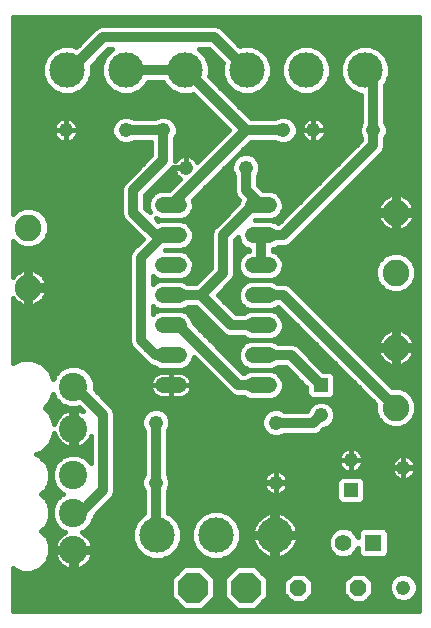
<source format=gbl>
G75*
G70*
%OFA0B0*%
%FSLAX24Y24*%
%IPPOS*%
%LPD*%
%AMOC8*
5,1,8,0,0,1.08239X$1,22.5*
%
%ADD10C,0.0554*%
%ADD11R,0.0554X0.0554*%
%ADD12C,0.0476*%
%ADD13C,0.1181*%
%ADD14R,0.0476X0.0476*%
%ADD15C,0.0520*%
%ADD16C,0.0945*%
%ADD17C,0.0886*%
%ADD18OC8,0.1000*%
%ADD19OC8,0.0520*%
%ADD20C,0.0160*%
%ADD21C,0.0320*%
D10*
X011681Y002931D03*
D11*
X012681Y002931D03*
D12*
X013681Y001431D03*
X013681Y005431D03*
X011931Y005681D03*
X010931Y007181D03*
X009431Y006931D03*
X009431Y004931D03*
X005431Y004931D03*
X005431Y006931D03*
X006431Y015431D03*
X005681Y016681D03*
X004431Y016681D03*
X002431Y016681D03*
X008431Y015431D03*
X009681Y016681D03*
X010681Y016681D03*
X012681Y016681D03*
D13*
X012400Y018681D03*
X010431Y018681D03*
X008463Y018681D03*
X006400Y018681D03*
X004431Y018681D03*
X002463Y018681D03*
X005463Y003181D03*
X007431Y003181D03*
X009400Y003181D03*
D14*
X011931Y004681D03*
X010931Y008181D03*
D15*
X009191Y008181D02*
X008671Y008181D01*
X008671Y009181D02*
X009191Y009181D01*
X009191Y010181D02*
X008671Y010181D01*
X008671Y011181D02*
X009191Y011181D01*
X009191Y012181D02*
X008671Y012181D01*
X008671Y013181D02*
X009191Y013181D01*
X009191Y014181D02*
X008671Y014181D01*
X006191Y014181D02*
X005671Y014181D01*
X005671Y013181D02*
X006191Y013181D01*
X006191Y012181D02*
X005671Y012181D01*
X005671Y011181D02*
X006191Y011181D01*
X006191Y010181D02*
X005671Y010181D01*
X005671Y009181D02*
X006191Y009181D01*
X006191Y008181D02*
X005671Y008181D01*
D16*
X002681Y008131D03*
X002681Y006731D03*
X002681Y005181D03*
X002681Y003931D03*
X002681Y002681D03*
D17*
X001181Y011431D03*
X001181Y013431D03*
X013431Y013931D03*
X013431Y011931D03*
X013431Y009431D03*
X013431Y007431D03*
D18*
X008431Y001431D03*
X006681Y001431D03*
D19*
X010181Y001431D03*
X012181Y001431D03*
D20*
X000661Y002080D02*
X000661Y000661D01*
X014201Y000661D01*
X014201Y020451D01*
X000661Y020448D01*
X000661Y013877D01*
X000795Y014010D01*
X001046Y014114D01*
X001317Y014114D01*
X001568Y014010D01*
X001760Y013818D01*
X001864Y013567D01*
X001864Y013296D01*
X001760Y013045D01*
X001568Y012852D01*
X001317Y012749D01*
X001046Y012749D01*
X000795Y012852D01*
X000661Y012986D01*
X000661Y011775D01*
X000706Y011837D01*
X000776Y011907D01*
X000855Y011964D01*
X000942Y012009D01*
X001036Y012039D01*
X001114Y012051D01*
X001114Y011499D01*
X001249Y011499D01*
X001249Y012051D01*
X001327Y012039D01*
X001421Y012009D01*
X001508Y011964D01*
X001587Y011907D01*
X001657Y011837D01*
X001714Y011758D01*
X001759Y011671D01*
X001789Y011577D01*
X001801Y011499D01*
X001249Y011499D01*
X001249Y011364D01*
X001801Y011364D01*
X001789Y011286D01*
X001759Y011192D01*
X001714Y011105D01*
X001657Y011026D01*
X001587Y010956D01*
X001508Y010899D01*
X001421Y010854D01*
X001327Y010824D01*
X001249Y010811D01*
X001249Y011364D01*
X001114Y011364D01*
X001114Y010811D01*
X001036Y010824D01*
X000942Y010854D01*
X000855Y010899D01*
X000776Y010956D01*
X000706Y011026D01*
X000661Y011087D01*
X000661Y008925D01*
X000950Y009044D01*
X001313Y009044D01*
X001649Y008905D01*
X001905Y008649D01*
X002015Y008384D01*
X002077Y008535D01*
X002278Y008735D01*
X002540Y008844D01*
X002823Y008844D01*
X003085Y008735D01*
X003285Y008535D01*
X003394Y008273D01*
X003394Y008035D01*
X003908Y007520D01*
X004020Y007408D01*
X004081Y007261D01*
X004081Y004761D01*
X004081Y004602D01*
X004020Y004455D01*
X003520Y003955D01*
X003394Y003828D01*
X004935Y003828D01*
X004992Y003885D02*
X004759Y003652D01*
X004632Y003347D01*
X004632Y003016D01*
X004759Y002711D01*
X004992Y002477D01*
X005298Y002351D01*
X005628Y002351D01*
X005933Y002477D01*
X006167Y002711D01*
X006293Y003016D01*
X006293Y003347D01*
X006167Y003652D01*
X005933Y003885D01*
X005831Y003928D01*
X005831Y004656D01*
X005836Y004661D01*
X005909Y004836D01*
X005909Y005026D01*
X005836Y005202D01*
X005831Y005207D01*
X005831Y006656D01*
X005836Y006661D01*
X005909Y006836D01*
X005909Y007026D01*
X005836Y007202D01*
X005702Y007336D01*
X005526Y007409D01*
X005336Y007409D01*
X005161Y007336D01*
X005026Y007202D01*
X004954Y007026D01*
X004954Y006836D01*
X005026Y006661D01*
X005031Y006656D01*
X005031Y005207D01*
X005026Y005202D01*
X004954Y005026D01*
X004954Y004836D01*
X005026Y004661D01*
X005031Y004656D01*
X005031Y003902D01*
X004992Y003885D01*
X005031Y003986D02*
X003552Y003986D01*
X003394Y003828D02*
X003394Y003790D01*
X003285Y003528D01*
X003085Y003327D01*
X002956Y003274D01*
X002971Y003268D01*
X003045Y003225D01*
X003112Y003173D01*
X003173Y003112D01*
X003225Y003045D01*
X003268Y002971D01*
X003301Y002892D01*
X003323Y002809D01*
X003329Y002759D01*
X002759Y002759D01*
X002759Y002604D01*
X003329Y002604D01*
X003323Y002554D01*
X003301Y002471D01*
X003268Y002392D01*
X003225Y002318D01*
X003173Y002250D01*
X003112Y002190D01*
X003045Y002138D01*
X002971Y002095D01*
X002892Y002062D01*
X002809Y002040D01*
X002759Y002034D01*
X002759Y002604D01*
X002604Y002604D01*
X002034Y002604D01*
X002040Y002554D01*
X002062Y002471D01*
X002095Y002392D01*
X002138Y002318D01*
X002190Y002250D01*
X002250Y002190D01*
X002318Y002138D01*
X002392Y002095D01*
X002471Y002062D01*
X002554Y002040D01*
X002604Y002034D01*
X002604Y002604D01*
X002604Y002759D01*
X002034Y002759D01*
X002040Y002809D01*
X002062Y002892D01*
X002095Y002971D01*
X002138Y003045D01*
X002190Y003112D01*
X002250Y003173D01*
X002318Y003225D01*
X002392Y003268D01*
X002407Y003274D01*
X002278Y003327D01*
X002077Y003528D01*
X001969Y003790D01*
X001969Y004073D01*
X002077Y004335D01*
X002278Y004535D01*
X002329Y004556D01*
X002278Y004577D01*
X002077Y004778D01*
X001969Y005040D01*
X001969Y005323D01*
X002077Y005585D01*
X002278Y005785D01*
X002540Y005894D01*
X002823Y005894D01*
X003085Y005785D01*
X003281Y005589D01*
X003281Y006475D01*
X003268Y006442D01*
X003225Y006368D01*
X003173Y006300D01*
X003112Y006240D01*
X003045Y006188D01*
X002971Y006145D01*
X002892Y006112D01*
X002809Y006090D01*
X002759Y006084D01*
X002759Y006654D01*
X002604Y006654D01*
X002604Y006084D01*
X002554Y006090D01*
X002471Y006112D01*
X002392Y006145D01*
X002318Y006188D01*
X002250Y006240D01*
X002190Y006300D01*
X002138Y006368D01*
X002095Y006442D01*
X002062Y006521D01*
X002044Y006588D01*
X002044Y006550D01*
X001905Y006214D01*
X001649Y005957D01*
X001436Y005869D01*
X001571Y005814D01*
X001789Y005596D01*
X001907Y005311D01*
X001907Y005002D01*
X001789Y004717D01*
X001615Y004544D01*
X001789Y004371D01*
X001907Y004086D01*
X001907Y003777D01*
X001789Y003492D01*
X001615Y003319D01*
X001789Y003146D01*
X001907Y002861D01*
X001907Y002552D01*
X001789Y002267D01*
X001571Y002049D01*
X001286Y001931D01*
X000977Y001931D01*
X000692Y002049D01*
X000661Y002080D01*
X000661Y001925D02*
X006129Y001925D01*
X005970Y001767D02*
X000661Y001767D01*
X000661Y001608D02*
X005941Y001608D01*
X005941Y001738D02*
X005941Y001125D01*
X006375Y000691D01*
X006988Y000691D01*
X007421Y001125D01*
X007421Y001738D01*
X006988Y002171D01*
X006375Y002171D01*
X005941Y001738D01*
X005941Y001450D02*
X000661Y001450D01*
X000661Y001291D02*
X005941Y001291D01*
X005941Y001133D02*
X000661Y001133D01*
X000661Y000974D02*
X006092Y000974D01*
X006251Y000816D02*
X000661Y000816D01*
X001605Y002084D02*
X002419Y002084D01*
X002604Y002084D02*
X002759Y002084D01*
X002759Y002242D02*
X002604Y002242D01*
X002604Y002401D02*
X002759Y002401D01*
X002759Y002560D02*
X002604Y002560D01*
X002604Y002718D02*
X001907Y002718D01*
X001907Y002560D02*
X002039Y002560D01*
X002091Y002401D02*
X001844Y002401D01*
X001764Y002242D02*
X002198Y002242D01*
X002058Y002877D02*
X001900Y002877D01*
X001834Y003035D02*
X002132Y003035D01*
X002277Y003194D02*
X001740Y003194D01*
X001649Y003352D02*
X002253Y003352D01*
X002094Y003511D02*
X001796Y003511D01*
X001862Y003669D02*
X002019Y003669D01*
X001969Y003828D02*
X001907Y003828D01*
X001907Y003986D02*
X001969Y003986D01*
X001999Y004145D02*
X001882Y004145D01*
X001816Y004304D02*
X002064Y004304D01*
X002205Y004462D02*
X001697Y004462D01*
X001692Y004621D02*
X002235Y004621D01*
X002077Y004779D02*
X001814Y004779D01*
X001880Y004938D02*
X002011Y004938D01*
X001969Y005096D02*
X001907Y005096D01*
X001907Y005255D02*
X001969Y005255D01*
X002006Y005413D02*
X001864Y005413D01*
X001798Y005572D02*
X002072Y005572D01*
X002223Y005730D02*
X001654Y005730D01*
X001483Y005889D02*
X002528Y005889D01*
X002835Y005889D02*
X003281Y005889D01*
X003281Y006048D02*
X001739Y006048D01*
X001897Y006206D02*
X002294Y006206D01*
X002140Y006365D02*
X001968Y006365D01*
X002033Y006523D02*
X002062Y006523D01*
X002044Y006875D02*
X002044Y006913D01*
X001905Y007249D01*
X001723Y007431D01*
X001905Y007614D01*
X002015Y007879D01*
X002077Y007728D01*
X002278Y007527D01*
X002540Y007419D01*
X002823Y007419D01*
X002862Y007435D01*
X002991Y007306D01*
X002971Y007318D01*
X002892Y007351D01*
X002809Y007373D01*
X002759Y007379D01*
X002759Y006809D01*
X002604Y006809D01*
X002604Y007379D01*
X002554Y007373D01*
X002471Y007351D01*
X002392Y007318D01*
X002318Y007275D01*
X002250Y007223D01*
X002190Y007162D01*
X002138Y007095D01*
X002095Y007021D01*
X002062Y006942D01*
X002044Y006875D01*
X002009Y006999D02*
X002086Y006999D01*
X002186Y007157D02*
X001943Y007157D01*
X001838Y007316D02*
X002389Y007316D01*
X002406Y007474D02*
X001766Y007474D01*
X001913Y007633D02*
X002172Y007633D01*
X002051Y007791D02*
X001979Y007791D01*
X001998Y008426D02*
X002032Y008426D01*
X002127Y008584D02*
X001932Y008584D01*
X001811Y008743D02*
X002296Y008743D01*
X001653Y008901D02*
X005146Y008901D01*
X005092Y008955D02*
X005205Y008842D01*
X005352Y008781D01*
X005364Y008781D01*
X005388Y008758D01*
X005572Y008681D01*
X006291Y008681D01*
X006475Y008758D01*
X006615Y008898D01*
X006691Y009082D01*
X006691Y009106D01*
X007955Y007842D01*
X008102Y007781D01*
X008261Y007781D01*
X008364Y007781D01*
X008388Y007758D01*
X008572Y007681D01*
X009291Y007681D01*
X009475Y007758D01*
X009615Y007898D01*
X009691Y008082D01*
X009691Y008281D01*
X009615Y008465D01*
X009475Y008605D01*
X009291Y008681D01*
X008572Y008681D01*
X008388Y008605D01*
X008364Y008581D01*
X008347Y008581D01*
X006691Y010237D01*
X006691Y010281D01*
X006615Y010465D01*
X006475Y010605D01*
X006291Y010681D01*
X005572Y010681D01*
X005388Y010605D01*
X005331Y010548D01*
X005331Y010814D01*
X005388Y010758D01*
X005572Y010681D01*
X006291Y010681D01*
X006475Y010758D01*
X006498Y010781D01*
X006766Y010781D01*
X007592Y009955D01*
X007705Y009842D01*
X007852Y009781D01*
X008364Y009781D01*
X008388Y009758D01*
X008572Y009681D01*
X008388Y009605D01*
X008248Y009465D01*
X008171Y009281D01*
X008171Y009082D01*
X008248Y008898D01*
X008388Y008758D01*
X008572Y008681D01*
X009291Y008681D01*
X009475Y008758D01*
X009498Y008781D01*
X009766Y008781D01*
X010454Y008094D01*
X010454Y007896D01*
X010490Y007808D01*
X010558Y007740D01*
X010646Y007704D01*
X011217Y007704D01*
X011305Y007740D01*
X011373Y007808D01*
X011409Y007896D01*
X011409Y008467D01*
X011373Y008555D01*
X011305Y008623D01*
X011217Y008659D01*
X011019Y008659D01*
X010158Y009520D01*
X010011Y009581D01*
X009852Y009581D01*
X009498Y009581D01*
X009475Y009605D01*
X009291Y009681D01*
X008572Y009681D01*
X009291Y009681D01*
X009475Y009758D01*
X009615Y009898D01*
X009691Y010082D01*
X009691Y010281D01*
X009615Y010465D01*
X009475Y010605D01*
X009291Y010681D01*
X008572Y010681D01*
X008388Y010605D01*
X008364Y010581D01*
X008097Y010581D01*
X007497Y011181D01*
X008020Y011705D01*
X008081Y011852D01*
X008081Y012011D01*
X008081Y013016D01*
X008171Y013106D01*
X008171Y013082D01*
X008248Y012898D01*
X008388Y012758D01*
X008531Y012698D01*
X008531Y012665D01*
X008388Y012605D01*
X008248Y012465D01*
X008171Y012281D01*
X008171Y012082D01*
X008248Y011898D01*
X008388Y011758D01*
X008572Y011681D01*
X008388Y011605D01*
X008248Y011465D01*
X008171Y011281D01*
X008171Y011082D01*
X008248Y010898D01*
X008388Y010758D01*
X008572Y010681D01*
X009291Y010681D01*
X009475Y010758D01*
X009498Y010781D01*
X009516Y010781D01*
X012749Y007549D01*
X012749Y007296D01*
X012852Y007045D01*
X013045Y006852D01*
X013296Y006749D01*
X013567Y006749D01*
X013818Y006852D01*
X014010Y007045D01*
X014114Y007296D01*
X014114Y007567D01*
X014010Y007818D01*
X013818Y008010D01*
X013567Y008114D01*
X013314Y008114D01*
X010020Y011408D01*
X009908Y011520D01*
X009761Y011581D01*
X009498Y011581D01*
X009475Y011605D01*
X009291Y011681D01*
X008572Y011681D01*
X009291Y011681D01*
X009475Y011758D01*
X009615Y011898D01*
X009691Y012082D01*
X009691Y012281D01*
X009615Y012465D01*
X009475Y012605D01*
X009331Y012665D01*
X009331Y012698D01*
X009475Y012758D01*
X009498Y012781D01*
X009761Y012781D01*
X009908Y012842D01*
X010020Y012955D01*
X013020Y015955D01*
X013081Y016102D01*
X013081Y016261D01*
X013081Y016406D01*
X013086Y016411D01*
X013159Y016586D01*
X013159Y016776D01*
X013086Y016952D01*
X013081Y016957D01*
X013081Y018188D01*
X013104Y018211D01*
X013230Y018516D01*
X013230Y018847D01*
X013104Y019152D01*
X012870Y019385D01*
X012565Y019512D01*
X012235Y019512D01*
X011929Y019385D01*
X011696Y019152D01*
X011569Y018847D01*
X011569Y018516D01*
X011696Y018211D01*
X011929Y017977D01*
X012235Y017851D01*
X012281Y017851D01*
X012281Y016957D01*
X012276Y016952D01*
X012204Y016776D01*
X012204Y016586D01*
X012276Y016411D01*
X012281Y016406D01*
X012281Y016347D01*
X009516Y013581D01*
X009498Y013581D01*
X009475Y013605D01*
X009291Y013681D01*
X008747Y013681D01*
X008747Y013681D01*
X009291Y013681D01*
X009475Y013758D01*
X009615Y013898D01*
X009691Y014082D01*
X009691Y014281D01*
X009615Y014465D01*
X009475Y014605D01*
X009291Y014681D01*
X008997Y014681D01*
X008831Y014847D01*
X008831Y015156D01*
X008836Y015161D01*
X008909Y015336D01*
X008909Y015526D01*
X008836Y015702D01*
X008702Y015836D01*
X008526Y015909D01*
X008336Y015909D01*
X008161Y015836D01*
X008026Y015702D01*
X007954Y015526D01*
X007954Y015336D01*
X008026Y015161D01*
X008031Y015156D01*
X008031Y014761D01*
X008031Y014602D01*
X008092Y014455D01*
X008199Y014348D01*
X008171Y014281D01*
X008171Y014237D01*
X007455Y013520D01*
X007342Y013408D01*
X007281Y013261D01*
X007281Y012097D01*
X006766Y011581D01*
X006498Y011581D01*
X006475Y011605D01*
X006291Y011681D01*
X005572Y011681D01*
X005388Y011605D01*
X005331Y011548D01*
X005331Y011814D01*
X005388Y011758D01*
X005572Y011681D01*
X006291Y011681D01*
X006475Y011758D01*
X006615Y011898D01*
X006691Y012082D01*
X006691Y012281D01*
X006615Y012465D01*
X006475Y012605D01*
X006291Y012681D01*
X005747Y012681D01*
X005747Y012681D01*
X006291Y012681D01*
X006475Y012758D01*
X006615Y012898D01*
X006691Y013082D01*
X006691Y013281D01*
X006615Y013465D01*
X006475Y013605D01*
X006291Y013681D01*
X005572Y013681D01*
X005519Y013659D01*
X005444Y013734D01*
X005572Y013681D01*
X006291Y013681D01*
X006475Y013758D01*
X006615Y013898D01*
X006691Y014082D01*
X006691Y014281D01*
X006664Y014348D01*
X008597Y016281D01*
X009406Y016281D01*
X009411Y016276D01*
X009586Y016204D01*
X009776Y016204D01*
X009952Y016276D01*
X010086Y016411D01*
X010159Y016586D01*
X010159Y016776D01*
X010086Y016952D01*
X009952Y017086D01*
X009776Y017159D01*
X009586Y017159D01*
X009411Y017086D01*
X009406Y017081D01*
X008597Y017081D01*
X007210Y018468D01*
X007230Y018516D01*
X007230Y018847D01*
X007104Y019152D01*
X006874Y019381D01*
X007197Y019381D01*
X007662Y018917D01*
X007632Y018847D01*
X007632Y018516D01*
X007759Y018211D01*
X007992Y017977D01*
X008298Y017851D01*
X008628Y017851D01*
X008933Y017977D01*
X009167Y018211D01*
X009293Y018516D01*
X009293Y018847D01*
X009167Y019152D01*
X008933Y019385D01*
X008628Y019512D01*
X008298Y019512D01*
X008227Y019483D01*
X007589Y020120D01*
X007442Y020181D01*
X007283Y020181D01*
X003602Y020181D01*
X003455Y020120D01*
X003342Y020008D01*
X002782Y019448D01*
X002628Y019512D01*
X002298Y019512D01*
X001992Y019385D01*
X001759Y019152D01*
X001632Y018847D01*
X001632Y018516D01*
X001759Y018211D01*
X001992Y017977D01*
X002298Y017851D01*
X002628Y017851D01*
X002933Y017977D01*
X003167Y018211D01*
X003293Y018516D01*
X003293Y018828D01*
X003847Y019381D01*
X003957Y019381D01*
X003727Y019152D01*
X003601Y018847D01*
X003601Y018516D01*
X003727Y018211D01*
X003961Y017977D01*
X004266Y017851D01*
X004597Y017851D01*
X004902Y017977D01*
X005135Y018211D01*
X005165Y018281D01*
X005667Y018281D01*
X005696Y018211D01*
X005929Y017977D01*
X006235Y017851D01*
X006565Y017851D01*
X006658Y017889D01*
X007866Y016681D01*
X006804Y015620D01*
X006789Y015650D01*
X006750Y015704D01*
X006704Y015750D01*
X006650Y015789D01*
X006592Y015819D01*
X006529Y015839D01*
X006464Y015849D01*
X006432Y015849D01*
X006432Y015432D01*
X006431Y015432D01*
X006431Y015849D01*
X006399Y015849D01*
X006334Y015839D01*
X006271Y015819D01*
X006212Y015789D01*
X006159Y015750D01*
X006113Y015704D01*
X006081Y015660D01*
X006081Y015761D01*
X006081Y016406D01*
X006086Y016411D01*
X006159Y016586D01*
X006159Y016776D01*
X006086Y016952D01*
X005952Y017086D01*
X005776Y017159D01*
X005586Y017159D01*
X005411Y017086D01*
X005406Y017081D01*
X004707Y017081D01*
X004702Y017086D01*
X004526Y017159D01*
X004336Y017159D01*
X004161Y017086D01*
X004026Y016952D01*
X003954Y016776D01*
X003954Y016586D01*
X004026Y016411D01*
X004161Y016276D01*
X004336Y016204D01*
X004526Y016204D01*
X004702Y016276D01*
X004707Y016281D01*
X005281Y016281D01*
X005281Y015847D01*
X004455Y015020D01*
X004342Y014908D01*
X004281Y014761D01*
X004281Y014011D01*
X004281Y013852D01*
X004342Y013705D01*
X004842Y013205D01*
X004991Y013056D01*
X004705Y012770D01*
X004592Y012658D01*
X004531Y012511D01*
X004531Y009761D01*
X004531Y009602D01*
X004592Y009455D01*
X004842Y009205D01*
X005092Y008955D01*
X004987Y009060D02*
X000661Y009060D01*
X000661Y009218D02*
X004829Y009218D01*
X004670Y009377D02*
X000661Y009377D01*
X000661Y009535D02*
X004559Y009535D01*
X004531Y009694D02*
X000661Y009694D01*
X000661Y009853D02*
X004531Y009853D01*
X004531Y010011D02*
X000661Y010011D01*
X000661Y010170D02*
X004531Y010170D01*
X004531Y010328D02*
X000661Y010328D01*
X000661Y010487D02*
X004531Y010487D01*
X004531Y010645D02*
X000661Y010645D01*
X000661Y010804D02*
X004531Y010804D01*
X004531Y010962D02*
X001593Y010962D01*
X001722Y011121D02*
X004531Y011121D01*
X004531Y011279D02*
X001787Y011279D01*
X001783Y011597D02*
X004531Y011597D01*
X004531Y011755D02*
X001716Y011755D01*
X001577Y011914D02*
X004531Y011914D01*
X004531Y012072D02*
X000661Y012072D01*
X000661Y011914D02*
X000785Y011914D01*
X000661Y012231D02*
X004531Y012231D01*
X004531Y012389D02*
X000661Y012389D01*
X000661Y012548D02*
X004547Y012548D01*
X004641Y012706D02*
X000661Y012706D01*
X000661Y012865D02*
X000782Y012865D01*
X001114Y011914D02*
X001249Y011914D01*
X001249Y011755D02*
X001114Y011755D01*
X001114Y011597D02*
X001249Y011597D01*
X001249Y011438D02*
X004531Y011438D01*
X005331Y011597D02*
X005379Y011597D01*
X005394Y011755D02*
X005331Y011755D01*
X005331Y010804D02*
X005342Y010804D01*
X005331Y010645D02*
X005485Y010645D01*
X006378Y010645D02*
X006902Y010645D01*
X007060Y010487D02*
X006593Y010487D01*
X006672Y010328D02*
X007219Y010328D01*
X007377Y010170D02*
X006759Y010170D01*
X006917Y010011D02*
X007536Y010011D01*
X007695Y009853D02*
X007076Y009853D01*
X007234Y009694D02*
X008541Y009694D01*
X008318Y009535D02*
X007393Y009535D01*
X007552Y009377D02*
X008211Y009377D01*
X008171Y009218D02*
X007710Y009218D01*
X007869Y009060D02*
X008181Y009060D01*
X008246Y008901D02*
X008027Y008901D01*
X008186Y008743D02*
X008424Y008743D01*
X008367Y008584D02*
X008344Y008584D01*
X007847Y007950D02*
X006567Y007950D01*
X006568Y007951D02*
X006599Y008012D01*
X006621Y008078D01*
X006631Y008147D01*
X006631Y008181D01*
X005932Y008181D01*
X005932Y008182D01*
X005931Y008182D01*
X005931Y008621D01*
X005637Y008621D01*
X005568Y008611D01*
X005502Y008589D01*
X005441Y008558D01*
X005385Y008517D01*
X005336Y008468D01*
X005295Y008412D01*
X005264Y008350D01*
X005242Y008284D01*
X005231Y008216D01*
X005231Y008182D01*
X005931Y008182D01*
X005931Y008181D01*
X005932Y008181D01*
X005932Y007741D01*
X006226Y007741D01*
X006294Y007752D01*
X006360Y007774D01*
X006422Y007805D01*
X006478Y007846D01*
X006527Y007895D01*
X006568Y007951D01*
X006625Y008109D02*
X007689Y008109D01*
X007530Y008267D02*
X006623Y008267D01*
X006621Y008284D02*
X006599Y008350D01*
X006568Y008412D01*
X006527Y008468D01*
X006478Y008517D01*
X006422Y008558D01*
X006360Y008589D01*
X006294Y008611D01*
X006226Y008621D01*
X005932Y008621D01*
X005932Y008182D01*
X006631Y008182D01*
X006631Y008216D01*
X006621Y008284D01*
X006558Y008426D02*
X007371Y008426D01*
X007213Y008584D02*
X006370Y008584D01*
X006439Y008743D02*
X007054Y008743D01*
X006896Y008901D02*
X006617Y008901D01*
X006682Y009060D02*
X006737Y009060D01*
X005932Y008584D02*
X005931Y008584D01*
X005931Y008426D02*
X005932Y008426D01*
X005931Y008267D02*
X005932Y008267D01*
X005931Y008181D02*
X005231Y008181D01*
X005231Y008147D01*
X005242Y008078D01*
X005264Y008012D01*
X005295Y007951D01*
X005336Y007895D01*
X005385Y007846D01*
X005441Y007805D01*
X005502Y007774D01*
X005568Y007752D01*
X005637Y007741D01*
X005931Y007741D01*
X005931Y008181D01*
X005931Y008109D02*
X005932Y008109D01*
X005931Y007950D02*
X005932Y007950D01*
X005931Y007791D02*
X005932Y007791D01*
X005723Y007316D02*
X009140Y007316D01*
X009161Y007336D02*
X009026Y007202D01*
X008954Y007026D01*
X008954Y006836D01*
X009026Y006661D01*
X009161Y006526D01*
X009336Y006454D01*
X009526Y006454D01*
X009702Y006526D01*
X009707Y006531D01*
X010761Y006531D01*
X010908Y006592D01*
X011019Y006704D01*
X011026Y006704D01*
X011202Y006776D01*
X011336Y006911D01*
X011409Y007086D01*
X011409Y007276D01*
X011336Y007452D01*
X011202Y007586D01*
X011026Y007659D01*
X010836Y007659D01*
X010661Y007586D01*
X010526Y007452D01*
X010476Y007331D01*
X009707Y007331D01*
X009702Y007336D01*
X009526Y007409D01*
X009336Y007409D01*
X009161Y007336D01*
X009008Y007157D02*
X005855Y007157D01*
X005909Y006999D02*
X008954Y006999D01*
X008954Y006840D02*
X005909Y006840D01*
X005845Y006682D02*
X009018Y006682D01*
X009168Y006523D02*
X005831Y006523D01*
X005831Y006365D02*
X014201Y006365D01*
X014201Y006523D02*
X009694Y006523D01*
X009529Y005339D02*
X009464Y005349D01*
X009432Y005349D01*
X009432Y004932D01*
X009849Y004932D01*
X009849Y004964D01*
X009839Y005029D01*
X009819Y005092D01*
X009789Y005150D01*
X009750Y005204D01*
X009704Y005250D01*
X009650Y005289D01*
X009592Y005319D01*
X009529Y005339D01*
X009431Y005349D02*
X009399Y005349D01*
X009334Y005339D01*
X009271Y005319D01*
X009212Y005289D01*
X009159Y005250D01*
X009113Y005204D01*
X009074Y005150D01*
X009044Y005092D01*
X009024Y005029D01*
X009014Y004964D01*
X009014Y004932D01*
X009431Y004932D01*
X009431Y005349D01*
X009431Y005255D02*
X009432Y005255D01*
X009431Y005096D02*
X009432Y005096D01*
X009431Y004938D02*
X009432Y004938D01*
X009432Y004932D02*
X009431Y004932D01*
X009431Y004931D01*
X009432Y004931D01*
X009432Y004932D01*
X009432Y004931D02*
X009849Y004931D01*
X009849Y004899D01*
X009839Y004834D01*
X009819Y004771D01*
X009789Y004712D01*
X009750Y004659D01*
X009704Y004613D01*
X009650Y004574D01*
X009592Y004544D01*
X009529Y004524D01*
X009464Y004514D01*
X009432Y004514D01*
X009432Y004931D01*
X009431Y004931D02*
X009431Y004514D01*
X009399Y004514D01*
X009334Y004524D01*
X009271Y004544D01*
X009212Y004574D01*
X009159Y004613D01*
X009113Y004659D01*
X009074Y004712D01*
X009044Y004771D01*
X009024Y004834D01*
X009014Y004899D01*
X009014Y004931D01*
X009431Y004931D01*
X009431Y004779D02*
X009432Y004779D01*
X009431Y004621D02*
X009432Y004621D01*
X009711Y004621D02*
X011454Y004621D01*
X011454Y004779D02*
X009821Y004779D01*
X009849Y004938D02*
X011454Y004938D01*
X011454Y004967D02*
X011454Y004396D01*
X011490Y004308D01*
X011558Y004240D01*
X011646Y004204D01*
X012217Y004204D01*
X012305Y004240D01*
X012373Y004308D01*
X012409Y004396D01*
X012409Y004967D01*
X012373Y005055D01*
X012305Y005123D01*
X012217Y005159D01*
X011646Y005159D01*
X011558Y005123D01*
X011490Y005055D01*
X011454Y004967D01*
X011531Y005096D02*
X009816Y005096D01*
X009697Y005255D02*
X013302Y005255D01*
X013294Y005271D02*
X013324Y005212D01*
X013363Y005159D01*
X013409Y005113D01*
X013462Y005074D01*
X013521Y005044D01*
X013584Y005024D01*
X013649Y005014D01*
X013681Y005014D01*
X013681Y005431D01*
X013264Y005431D01*
X013264Y005399D01*
X013274Y005334D01*
X013294Y005271D01*
X013264Y005413D02*
X012253Y005413D01*
X012250Y005409D02*
X012289Y005462D01*
X012319Y005521D01*
X012339Y005584D01*
X012349Y005649D01*
X012349Y005681D01*
X011932Y005681D01*
X011932Y005682D01*
X011931Y005682D01*
X011931Y006099D01*
X011899Y006099D01*
X011834Y006089D01*
X011771Y006069D01*
X011712Y006039D01*
X011659Y006000D01*
X011613Y005954D01*
X011574Y005900D01*
X011544Y005842D01*
X011524Y005779D01*
X011514Y005714D01*
X011514Y005682D01*
X011931Y005682D01*
X011931Y005681D01*
X011514Y005681D01*
X011514Y005649D01*
X011524Y005584D01*
X011544Y005521D01*
X011574Y005462D01*
X011613Y005409D01*
X011659Y005363D01*
X011712Y005324D01*
X011771Y005294D01*
X011834Y005274D01*
X011899Y005264D01*
X011931Y005264D01*
X011931Y005681D01*
X011932Y005681D01*
X011932Y005264D01*
X011964Y005264D01*
X012029Y005274D01*
X012092Y005294D01*
X012150Y005324D01*
X012204Y005363D01*
X012250Y005409D01*
X012335Y005572D02*
X013288Y005572D01*
X013294Y005592D02*
X013274Y005529D01*
X013264Y005464D01*
X013264Y005432D01*
X013681Y005432D01*
X013681Y005849D01*
X013649Y005849D01*
X013584Y005839D01*
X013521Y005819D01*
X013462Y005789D01*
X013409Y005750D01*
X013363Y005704D01*
X013324Y005650D01*
X013294Y005592D01*
X013390Y005730D02*
X012347Y005730D01*
X012349Y005714D02*
X012339Y005779D01*
X012319Y005842D01*
X012289Y005900D01*
X012250Y005954D01*
X012204Y006000D01*
X012150Y006039D01*
X012092Y006069D01*
X012029Y006089D01*
X011964Y006099D01*
X011932Y006099D01*
X011932Y005682D01*
X012349Y005682D01*
X012349Y005714D01*
X012295Y005889D02*
X014201Y005889D01*
X014201Y006048D02*
X012133Y006048D01*
X011932Y006048D02*
X011931Y006048D01*
X011931Y005889D02*
X011932Y005889D01*
X011931Y005730D02*
X011932Y005730D01*
X011931Y005572D02*
X011932Y005572D01*
X011931Y005413D02*
X011932Y005413D01*
X011610Y005413D02*
X005831Y005413D01*
X005831Y005255D02*
X009166Y005255D01*
X009047Y005096D02*
X005880Y005096D01*
X005909Y004938D02*
X009014Y004938D01*
X009042Y004779D02*
X005885Y004779D01*
X005831Y004621D02*
X009151Y004621D01*
X009249Y003939D02*
X009152Y003913D01*
X009058Y003874D01*
X008971Y003823D01*
X008891Y003762D01*
X008819Y003691D01*
X008758Y003610D01*
X008707Y003523D01*
X008669Y003430D01*
X008643Y003332D01*
X008633Y003261D01*
X009320Y003261D01*
X009320Y003101D01*
X009480Y003101D01*
X009480Y002415D01*
X009551Y002424D01*
X009648Y002450D01*
X009741Y002489D01*
X009829Y002539D01*
X009909Y002601D01*
X009980Y002672D01*
X010042Y002752D01*
X010092Y002840D01*
X010131Y002933D01*
X010157Y003031D01*
X010167Y003101D01*
X009480Y003101D01*
X009480Y003261D01*
X010167Y003261D01*
X010157Y003332D01*
X010131Y003430D01*
X010092Y003523D01*
X010042Y003610D01*
X009980Y003691D01*
X009909Y003762D01*
X009829Y003823D01*
X009741Y003874D01*
X009648Y003913D01*
X009551Y003939D01*
X009480Y003948D01*
X009480Y003262D01*
X009320Y003262D01*
X009320Y003948D01*
X009249Y003939D01*
X009320Y003828D02*
X009480Y003828D01*
X009480Y003669D02*
X009320Y003669D01*
X009320Y003511D02*
X009480Y003511D01*
X009480Y003352D02*
X009320Y003352D01*
X009320Y003194D02*
X008262Y003194D01*
X008262Y003347D02*
X008135Y003652D01*
X007902Y003885D01*
X007597Y004012D01*
X007266Y004012D01*
X006961Y003885D01*
X006727Y003652D01*
X006601Y003347D01*
X006601Y003016D01*
X006727Y002711D01*
X006961Y002477D01*
X007266Y002351D01*
X007597Y002351D01*
X007902Y002477D01*
X008135Y002711D01*
X008262Y003016D01*
X008262Y003347D01*
X008260Y003352D02*
X008648Y003352D01*
X008702Y003511D02*
X008194Y003511D01*
X008118Y003669D02*
X008803Y003669D01*
X008979Y003828D02*
X007959Y003828D01*
X007658Y003986D02*
X014201Y003986D01*
X014201Y003828D02*
X009821Y003828D01*
X009997Y003669D02*
X014201Y003669D01*
X014201Y003511D02*
X010097Y003511D01*
X010152Y003352D02*
X011371Y003352D01*
X011388Y003370D02*
X011243Y003224D01*
X011164Y003034D01*
X011164Y002829D01*
X011243Y002638D01*
X011388Y002493D01*
X011579Y002414D01*
X011784Y002414D01*
X011974Y002493D01*
X012120Y002638D01*
X012164Y002746D01*
X012164Y002606D01*
X012201Y002518D01*
X012268Y002451D01*
X012356Y002414D01*
X013006Y002414D01*
X013095Y002451D01*
X013162Y002518D01*
X013199Y002606D01*
X013199Y003256D01*
X013162Y003345D01*
X013095Y003412D01*
X013006Y003449D01*
X012356Y003449D01*
X012268Y003412D01*
X012201Y003345D01*
X012164Y003256D01*
X012164Y003117D01*
X012120Y003224D01*
X011974Y003370D01*
X011784Y003449D01*
X011579Y003449D01*
X011388Y003370D01*
X011230Y003194D02*
X009480Y003194D01*
X009480Y003035D02*
X009320Y003035D01*
X009320Y003101D02*
X009320Y002415D01*
X009249Y002424D01*
X009152Y002450D01*
X009058Y002489D01*
X008971Y002539D01*
X008891Y002601D01*
X008819Y002672D01*
X008758Y002752D01*
X008707Y002840D01*
X008669Y002933D01*
X008643Y003031D01*
X008633Y003101D01*
X009320Y003101D01*
X009320Y002877D02*
X009480Y002877D01*
X009480Y002718D02*
X009320Y002718D01*
X009320Y002560D02*
X009480Y002560D01*
X009855Y002560D02*
X011322Y002560D01*
X011210Y002718D02*
X010016Y002718D01*
X010108Y002877D02*
X011164Y002877D01*
X011165Y003035D02*
X010158Y003035D01*
X009974Y001931D02*
X009681Y001639D01*
X009681Y001224D01*
X009974Y000931D01*
X010389Y000931D01*
X010681Y001224D01*
X010681Y001639D01*
X010389Y001931D01*
X009974Y001931D01*
X009968Y001925D02*
X008984Y001925D01*
X009142Y001767D02*
X009810Y001767D01*
X009681Y001608D02*
X009171Y001608D01*
X009171Y001738D02*
X008738Y002171D01*
X008125Y002171D01*
X007691Y001738D01*
X007691Y001125D01*
X008125Y000691D01*
X008738Y000691D01*
X009171Y001125D01*
X009171Y001738D01*
X009171Y001450D02*
X009681Y001450D01*
X009681Y001291D02*
X009171Y001291D01*
X009171Y001133D02*
X009773Y001133D01*
X009932Y000974D02*
X009021Y000974D01*
X008862Y000816D02*
X014201Y000816D01*
X014201Y000974D02*
X013826Y000974D01*
X013776Y000954D02*
X013952Y001026D01*
X014086Y001161D01*
X014159Y001336D01*
X014159Y001526D01*
X014086Y001702D01*
X013952Y001836D01*
X013776Y001909D01*
X013586Y001909D01*
X013411Y001836D01*
X013276Y001702D01*
X013204Y001526D01*
X013204Y001336D01*
X013276Y001161D01*
X013411Y001026D01*
X013586Y000954D01*
X013776Y000954D01*
X013537Y000974D02*
X012431Y000974D01*
X012389Y000931D02*
X012681Y001224D01*
X012681Y001639D01*
X012389Y001931D01*
X011974Y001931D01*
X011681Y001639D01*
X011681Y001224D01*
X011974Y000931D01*
X012389Y000931D01*
X012590Y001133D02*
X013304Y001133D01*
X013222Y001291D02*
X012681Y001291D01*
X012681Y001450D02*
X013204Y001450D01*
X013238Y001608D02*
X012681Y001608D01*
X012553Y001767D02*
X013341Y001767D01*
X014022Y001767D02*
X014201Y001767D01*
X014201Y001925D02*
X012394Y001925D01*
X011968Y001925D02*
X010394Y001925D01*
X010553Y001767D02*
X011810Y001767D01*
X011681Y001608D02*
X010681Y001608D01*
X010681Y001450D02*
X011681Y001450D01*
X011681Y001291D02*
X010681Y001291D01*
X010590Y001133D02*
X011773Y001133D01*
X011932Y000974D02*
X010431Y000974D01*
X008825Y002084D02*
X014201Y002084D01*
X014201Y002242D02*
X003165Y002242D01*
X003271Y002401D02*
X005177Y002401D01*
X004910Y002560D02*
X003323Y002560D01*
X003305Y002877D02*
X004690Y002877D01*
X004632Y003035D02*
X003231Y003035D01*
X003085Y003194D02*
X004632Y003194D01*
X004635Y003352D02*
X003110Y003352D01*
X003268Y003511D02*
X004700Y003511D01*
X004776Y003669D02*
X003344Y003669D01*
X003711Y004145D02*
X005031Y004145D01*
X005031Y004304D02*
X003869Y004304D01*
X004023Y004462D02*
X005031Y004462D01*
X005031Y004621D02*
X004081Y004621D01*
X004081Y004779D02*
X004977Y004779D01*
X004954Y004938D02*
X004081Y004938D01*
X004081Y005096D02*
X004983Y005096D01*
X005031Y005255D02*
X004081Y005255D01*
X004081Y005413D02*
X005031Y005413D01*
X005031Y005572D02*
X004081Y005572D01*
X004081Y005730D02*
X005031Y005730D01*
X005031Y005889D02*
X004081Y005889D01*
X004081Y006048D02*
X005031Y006048D01*
X005031Y006206D02*
X004081Y006206D01*
X004081Y006365D02*
X005031Y006365D01*
X005031Y006523D02*
X004081Y006523D01*
X004081Y006682D02*
X005018Y006682D01*
X004954Y006840D02*
X004081Y006840D01*
X004081Y006999D02*
X004954Y006999D01*
X005008Y007157D02*
X004081Y007157D01*
X004059Y007316D02*
X005140Y007316D01*
X005467Y007791D02*
X003637Y007791D01*
X003796Y007633D02*
X010773Y007633D01*
X010549Y007474D02*
X003954Y007474D01*
X003478Y007950D02*
X005296Y007950D01*
X005237Y008109D02*
X003394Y008109D01*
X003394Y008267D02*
X005240Y008267D01*
X005305Y008426D02*
X003331Y008426D01*
X003236Y008584D02*
X005493Y008584D01*
X005424Y008743D02*
X003067Y008743D01*
X002981Y007316D02*
X002974Y007316D01*
X002759Y007316D02*
X002604Y007316D01*
X002604Y007157D02*
X002759Y007157D01*
X002759Y006999D02*
X002604Y006999D01*
X002604Y006840D02*
X002759Y006840D01*
X002759Y006523D02*
X002604Y006523D01*
X002604Y006365D02*
X002759Y006365D01*
X002759Y006206D02*
X002604Y006206D01*
X003068Y006206D02*
X003281Y006206D01*
X003281Y006365D02*
X003222Y006365D01*
X003281Y005730D02*
X003140Y005730D01*
X002759Y002718D02*
X004756Y002718D01*
X005749Y002401D02*
X007145Y002401D01*
X006879Y002560D02*
X006016Y002560D01*
X006170Y002718D02*
X006724Y002718D01*
X006659Y002877D02*
X006236Y002877D01*
X006293Y003035D02*
X006601Y003035D01*
X006601Y003194D02*
X006293Y003194D01*
X006291Y003352D02*
X006603Y003352D01*
X006669Y003511D02*
X006225Y003511D01*
X006149Y003669D02*
X006745Y003669D01*
X006903Y003828D02*
X005991Y003828D01*
X005831Y003986D02*
X007205Y003986D01*
X008262Y003035D02*
X008642Y003035D01*
X008692Y002877D02*
X008204Y002877D01*
X008138Y002718D02*
X008784Y002718D01*
X008945Y002560D02*
X007984Y002560D01*
X007718Y002401D02*
X014201Y002401D01*
X014201Y002560D02*
X013179Y002560D01*
X013199Y002718D02*
X014201Y002718D01*
X014201Y002877D02*
X013199Y002877D01*
X013199Y003035D02*
X014201Y003035D01*
X014201Y003194D02*
X013199Y003194D01*
X013154Y003352D02*
X014201Y003352D01*
X014201Y004145D02*
X005831Y004145D01*
X005831Y004304D02*
X011494Y004304D01*
X011454Y004462D02*
X005831Y004462D01*
X005831Y005572D02*
X011528Y005572D01*
X011516Y005730D02*
X005831Y005730D01*
X005831Y005889D02*
X011568Y005889D01*
X011730Y006048D02*
X005831Y006048D01*
X005831Y006206D02*
X014201Y006206D01*
X014201Y005730D02*
X013973Y005730D01*
X013954Y005750D02*
X013900Y005789D01*
X013842Y005819D01*
X013779Y005839D01*
X013714Y005849D01*
X013682Y005849D01*
X013682Y005432D01*
X013681Y005432D01*
X013681Y005431D01*
X013682Y005431D01*
X013682Y005432D01*
X014099Y005432D01*
X014099Y005464D01*
X014089Y005529D01*
X014069Y005592D01*
X014039Y005650D01*
X014000Y005704D01*
X013954Y005750D01*
X014075Y005572D02*
X014201Y005572D01*
X014201Y005413D02*
X014099Y005413D01*
X014099Y005399D02*
X014099Y005431D01*
X013682Y005431D01*
X013682Y005014D01*
X013714Y005014D01*
X013779Y005024D01*
X013842Y005044D01*
X013900Y005074D01*
X013954Y005113D01*
X014000Y005159D01*
X014039Y005212D01*
X014069Y005271D01*
X014089Y005334D01*
X014099Y005399D01*
X014060Y005255D02*
X014201Y005255D01*
X014201Y005096D02*
X013931Y005096D01*
X014201Y004938D02*
X012409Y004938D01*
X012409Y004779D02*
X014201Y004779D01*
X014201Y004621D02*
X012409Y004621D01*
X012409Y004462D02*
X014201Y004462D01*
X014201Y004304D02*
X012369Y004304D01*
X012332Y005096D02*
X013432Y005096D01*
X013681Y005096D02*
X013682Y005096D01*
X013681Y005255D02*
X013682Y005255D01*
X013681Y005413D02*
X013682Y005413D01*
X013681Y005572D02*
X013682Y005572D01*
X013681Y005730D02*
X013682Y005730D01*
X014201Y006682D02*
X010997Y006682D01*
X011266Y006840D02*
X013074Y006840D01*
X012898Y006999D02*
X011373Y006999D01*
X011409Y007157D02*
X012806Y007157D01*
X012749Y007316D02*
X011393Y007316D01*
X011314Y007474D02*
X012749Y007474D01*
X012664Y007633D02*
X011090Y007633D01*
X011356Y007791D02*
X012506Y007791D01*
X012347Y007950D02*
X011409Y007950D01*
X011409Y008109D02*
X012189Y008109D01*
X012030Y008267D02*
X011409Y008267D01*
X011409Y008426D02*
X011871Y008426D01*
X011713Y008584D02*
X011344Y008584D01*
X011554Y008743D02*
X010936Y008743D01*
X010777Y008901D02*
X011396Y008901D01*
X011237Y009060D02*
X010619Y009060D01*
X010460Y009218D02*
X011079Y009218D01*
X010920Y009377D02*
X010302Y009377D01*
X010122Y009535D02*
X010762Y009535D01*
X010603Y009694D02*
X009321Y009694D01*
X009570Y009853D02*
X010445Y009853D01*
X010286Y010011D02*
X009662Y010011D01*
X009691Y010170D02*
X010127Y010170D01*
X009969Y010328D02*
X009672Y010328D01*
X009593Y010487D02*
X009810Y010487D01*
X009652Y010645D02*
X009378Y010645D01*
X009483Y011597D02*
X012831Y011597D01*
X012852Y011545D02*
X013045Y011352D01*
X013296Y011249D01*
X013567Y011249D01*
X013818Y011352D01*
X014010Y011545D01*
X014114Y011796D01*
X014114Y012067D01*
X014010Y012318D01*
X013818Y012510D01*
X013567Y012614D01*
X013296Y012614D01*
X013045Y012510D01*
X012852Y012318D01*
X012749Y012067D01*
X012749Y011796D01*
X012852Y011545D01*
X012959Y011438D02*
X009990Y011438D01*
X010149Y011279D02*
X013221Y011279D01*
X013642Y011279D02*
X014201Y011279D01*
X014201Y011121D02*
X010308Y011121D01*
X010466Y010962D02*
X014201Y010962D01*
X014201Y010804D02*
X010625Y010804D01*
X010783Y010645D02*
X014201Y010645D01*
X014201Y010487D02*
X010942Y010487D01*
X011100Y010328D02*
X014201Y010328D01*
X014201Y010170D02*
X011259Y010170D01*
X011417Y010011D02*
X013200Y010011D01*
X013192Y010009D02*
X013105Y009964D01*
X013026Y009907D01*
X012956Y009837D01*
X012899Y009758D01*
X012854Y009671D01*
X012824Y009577D01*
X012811Y009499D01*
X013364Y009499D01*
X013364Y010051D01*
X013286Y010039D01*
X013192Y010009D01*
X013364Y010011D02*
X013499Y010011D01*
X013499Y010051D02*
X013499Y009499D01*
X013364Y009499D01*
X013364Y009364D01*
X012811Y009364D01*
X012824Y009286D01*
X012854Y009192D01*
X012899Y009105D01*
X012956Y009026D01*
X013026Y008956D01*
X013105Y008899D01*
X013192Y008854D01*
X013286Y008824D01*
X013364Y008811D01*
X013364Y009364D01*
X013499Y009364D01*
X013499Y009499D01*
X014051Y009499D01*
X014039Y009577D01*
X014009Y009671D01*
X013964Y009758D01*
X013907Y009837D01*
X013837Y009907D01*
X013758Y009964D01*
X013671Y010009D01*
X013577Y010039D01*
X013499Y010051D01*
X013663Y010011D02*
X014201Y010011D01*
X014201Y009853D02*
X013891Y009853D01*
X013997Y009694D02*
X014201Y009694D01*
X014201Y009535D02*
X014046Y009535D01*
X014051Y009364D02*
X013499Y009364D01*
X013499Y008811D01*
X013577Y008824D01*
X013671Y008854D01*
X013758Y008899D01*
X013837Y008956D01*
X013907Y009026D01*
X013964Y009105D01*
X014009Y009192D01*
X014039Y009286D01*
X014051Y009364D01*
X014017Y009218D02*
X014201Y009218D01*
X014201Y009060D02*
X013931Y009060D01*
X013761Y008901D02*
X014201Y008901D01*
X014201Y008743D02*
X012686Y008743D01*
X012844Y008584D02*
X014201Y008584D01*
X014201Y008426D02*
X013003Y008426D01*
X013161Y008267D02*
X014201Y008267D01*
X014201Y008109D02*
X013581Y008109D01*
X013879Y007950D02*
X014201Y007950D01*
X014201Y007791D02*
X014021Y007791D01*
X014087Y007633D02*
X014201Y007633D01*
X014201Y007474D02*
X014114Y007474D01*
X014114Y007316D02*
X014201Y007316D01*
X014201Y007157D02*
X014057Y007157D01*
X013965Y006999D02*
X014201Y006999D01*
X014201Y006840D02*
X013789Y006840D01*
X013499Y008901D02*
X013364Y008901D01*
X013364Y009060D02*
X013499Y009060D01*
X013499Y009218D02*
X013364Y009218D01*
X013364Y009377D02*
X012052Y009377D01*
X012210Y009218D02*
X012846Y009218D01*
X012931Y009060D02*
X012369Y009060D01*
X012527Y008901D02*
X013101Y008901D01*
X013499Y009377D02*
X014201Y009377D01*
X013499Y009535D02*
X013364Y009535D01*
X013364Y009694D02*
X013499Y009694D01*
X013499Y009853D02*
X013364Y009853D01*
X012972Y009853D02*
X011576Y009853D01*
X011734Y009694D02*
X012866Y009694D01*
X012817Y009535D02*
X011893Y009535D01*
X010439Y008109D02*
X009691Y008109D01*
X009691Y008267D02*
X010280Y008267D01*
X010121Y008426D02*
X009631Y008426D01*
X009496Y008584D02*
X009963Y008584D01*
X009804Y008743D02*
X009439Y008743D01*
X009637Y007950D02*
X010454Y007950D01*
X010506Y007791D02*
X009509Y007791D01*
X008077Y007791D02*
X006395Y007791D01*
X008033Y010645D02*
X008485Y010645D01*
X008342Y010804D02*
X007875Y010804D01*
X007716Y010962D02*
X008221Y010962D01*
X008171Y011121D02*
X007558Y011121D01*
X007595Y011279D02*
X008171Y011279D01*
X008237Y011438D02*
X007754Y011438D01*
X007912Y011597D02*
X008379Y011597D01*
X008394Y011755D02*
X008041Y011755D01*
X008081Y011914D02*
X008241Y011914D01*
X008175Y012072D02*
X008081Y012072D01*
X008081Y012231D02*
X008171Y012231D01*
X008216Y012389D02*
X008081Y012389D01*
X008081Y012548D02*
X008331Y012548D01*
X008512Y012706D02*
X008081Y012706D01*
X008081Y012865D02*
X008281Y012865D01*
X008196Y013023D02*
X008089Y013023D01*
X007592Y013658D02*
X006348Y013658D01*
X006533Y013816D02*
X007750Y013816D01*
X007909Y013975D02*
X006647Y013975D01*
X006691Y014133D02*
X008068Y014133D01*
X008176Y014292D02*
X006687Y014292D01*
X006766Y014450D02*
X008097Y014450D01*
X008031Y014609D02*
X006924Y014609D01*
X007083Y014767D02*
X008031Y014767D01*
X008031Y014926D02*
X007242Y014926D01*
X007400Y015084D02*
X008031Y015084D01*
X007992Y015243D02*
X007559Y015243D01*
X007717Y015402D02*
X007954Y015402D01*
X007968Y015560D02*
X007876Y015560D01*
X008034Y015719D02*
X008043Y015719D01*
X008193Y015877D02*
X008259Y015877D01*
X008351Y016036D02*
X011970Y016036D01*
X012129Y016194D02*
X008510Y016194D01*
X008604Y015877D02*
X011812Y015877D01*
X011653Y015719D02*
X008820Y015719D01*
X008895Y015560D02*
X011494Y015560D01*
X011336Y015402D02*
X008909Y015402D01*
X008871Y015243D02*
X011177Y015243D01*
X011019Y015084D02*
X008831Y015084D01*
X008831Y014926D02*
X010860Y014926D01*
X010702Y014767D02*
X008911Y014767D01*
X009466Y014609D02*
X010543Y014609D01*
X010385Y014450D02*
X009621Y014450D01*
X009687Y014292D02*
X010226Y014292D01*
X010068Y014133D02*
X009691Y014133D01*
X009647Y013975D02*
X009909Y013975D01*
X009750Y013816D02*
X009533Y013816D01*
X009592Y013658D02*
X009348Y013658D01*
X009351Y012706D02*
X014201Y012706D01*
X014201Y012548D02*
X013728Y012548D01*
X013939Y012389D02*
X014201Y012389D01*
X014201Y012231D02*
X014047Y012231D01*
X014112Y012072D02*
X014201Y012072D01*
X014201Y011914D02*
X014114Y011914D01*
X014098Y011755D02*
X014201Y011755D01*
X014201Y011597D02*
X014032Y011597D01*
X013904Y011438D02*
X014201Y011438D01*
X014201Y012865D02*
X009931Y012865D01*
X010089Y013023D02*
X014201Y013023D01*
X014201Y013182D02*
X010248Y013182D01*
X010406Y013341D02*
X013234Y013341D01*
X013192Y013354D02*
X013286Y013324D01*
X013364Y013311D01*
X013364Y013864D01*
X012811Y013864D01*
X012824Y013786D01*
X012854Y013692D01*
X012899Y013605D01*
X012956Y013526D01*
X013026Y013456D01*
X013105Y013399D01*
X013192Y013354D01*
X013364Y013341D02*
X013499Y013341D01*
X013499Y013311D02*
X013577Y013324D01*
X013671Y013354D01*
X013758Y013399D01*
X013837Y013456D01*
X013907Y013526D01*
X013964Y013605D01*
X014009Y013692D01*
X014039Y013786D01*
X014051Y013864D01*
X013499Y013864D01*
X013499Y013999D01*
X013364Y013999D01*
X013364Y014551D01*
X013286Y014539D01*
X013192Y014509D01*
X013105Y014464D01*
X013026Y014407D01*
X012956Y014337D01*
X012899Y014258D01*
X012854Y014171D01*
X012824Y014077D01*
X012811Y013999D01*
X013364Y013999D01*
X013364Y013864D01*
X013499Y013864D01*
X013499Y013311D01*
X013629Y013341D02*
X014201Y013341D01*
X014201Y013499D02*
X013880Y013499D01*
X013991Y013658D02*
X014201Y013658D01*
X014201Y013816D02*
X014044Y013816D01*
X014051Y013999D02*
X014039Y014077D01*
X014009Y014171D01*
X013964Y014258D01*
X013907Y014337D01*
X013837Y014407D01*
X013758Y014464D01*
X013671Y014509D01*
X013577Y014539D01*
X013499Y014551D01*
X013499Y013999D01*
X014051Y013999D01*
X014021Y014133D02*
X014201Y014133D01*
X014201Y013975D02*
X013499Y013975D01*
X013364Y013975D02*
X011040Y013975D01*
X010882Y013816D02*
X012819Y013816D01*
X012872Y013658D02*
X010723Y013658D01*
X010565Y013499D02*
X012983Y013499D01*
X013364Y013499D02*
X013499Y013499D01*
X013499Y013658D02*
X013364Y013658D01*
X013364Y013816D02*
X013499Y013816D01*
X013499Y014133D02*
X013364Y014133D01*
X013364Y014292D02*
X013499Y014292D01*
X013499Y014450D02*
X013364Y014450D01*
X013086Y014450D02*
X011516Y014450D01*
X011357Y014292D02*
X012923Y014292D01*
X012842Y014133D02*
X011199Y014133D01*
X011675Y014609D02*
X014201Y014609D01*
X014201Y014767D02*
X011833Y014767D01*
X011992Y014926D02*
X014201Y014926D01*
X014201Y015084D02*
X012150Y015084D01*
X012309Y015243D02*
X014201Y015243D01*
X014201Y015402D02*
X012467Y015402D01*
X012626Y015560D02*
X014201Y015560D01*
X014201Y015719D02*
X012784Y015719D01*
X012943Y015877D02*
X014201Y015877D01*
X014201Y016036D02*
X013054Y016036D01*
X013081Y016194D02*
X014201Y016194D01*
X014201Y016353D02*
X013081Y016353D01*
X013128Y016511D02*
X014201Y016511D01*
X014201Y016670D02*
X013159Y016670D01*
X013138Y016828D02*
X014201Y016828D01*
X014201Y016987D02*
X013081Y016987D01*
X013081Y017146D02*
X014201Y017146D01*
X014201Y017304D02*
X013081Y017304D01*
X013081Y017463D02*
X014201Y017463D01*
X014201Y017621D02*
X013081Y017621D01*
X013081Y017780D02*
X014201Y017780D01*
X014201Y017938D02*
X013081Y017938D01*
X013081Y018097D02*
X014201Y018097D01*
X014201Y018255D02*
X013122Y018255D01*
X013188Y018414D02*
X014201Y018414D01*
X014201Y018572D02*
X013230Y018572D01*
X013230Y018731D02*
X014201Y018731D01*
X014201Y018890D02*
X013213Y018890D01*
X013147Y019048D02*
X014201Y019048D01*
X014201Y019207D02*
X013049Y019207D01*
X012891Y019365D02*
X014201Y019365D01*
X014201Y019524D02*
X008186Y019524D01*
X008028Y019682D02*
X014201Y019682D01*
X014201Y019841D02*
X007869Y019841D01*
X007711Y019999D02*
X014201Y019999D01*
X014201Y020158D02*
X007499Y020158D01*
X007213Y019365D02*
X006891Y019365D01*
X007049Y019207D02*
X007372Y019207D01*
X007531Y019048D02*
X007147Y019048D01*
X007213Y018890D02*
X007650Y018890D01*
X007632Y018731D02*
X007230Y018731D01*
X007230Y018572D02*
X007632Y018572D01*
X007675Y018414D02*
X007265Y018414D01*
X007423Y018255D02*
X007740Y018255D01*
X007873Y018097D02*
X007582Y018097D01*
X007740Y017938D02*
X008087Y017938D01*
X007899Y017780D02*
X012281Y017780D01*
X012281Y017621D02*
X008057Y017621D01*
X008216Y017463D02*
X012281Y017463D01*
X012281Y017304D02*
X008374Y017304D01*
X008533Y017146D02*
X009553Y017146D01*
X009809Y017146D02*
X012281Y017146D01*
X012281Y016987D02*
X010967Y016987D01*
X010954Y017000D02*
X010900Y017039D01*
X010842Y017069D01*
X010779Y017089D01*
X010714Y017099D01*
X010682Y017099D01*
X010682Y016682D01*
X011099Y016682D01*
X011099Y016714D01*
X011089Y016779D01*
X011069Y016842D01*
X011039Y016900D01*
X011000Y016954D01*
X010954Y017000D01*
X011073Y016828D02*
X012225Y016828D01*
X012204Y016670D02*
X011099Y016670D01*
X011099Y016681D02*
X011099Y016649D01*
X011089Y016584D01*
X011069Y016521D01*
X011039Y016462D01*
X011000Y016409D01*
X010954Y016363D01*
X010900Y016324D01*
X010842Y016294D01*
X010779Y016274D01*
X010714Y016264D01*
X010682Y016264D01*
X010682Y016681D01*
X010682Y016682D01*
X010681Y016682D01*
X010681Y017099D01*
X010649Y017099D01*
X010584Y017089D01*
X010521Y017069D01*
X010462Y017039D01*
X010409Y017000D01*
X010363Y016954D01*
X010324Y016900D01*
X010294Y016842D01*
X010274Y016779D01*
X010264Y016714D01*
X010264Y016682D01*
X010681Y016682D01*
X010681Y016681D01*
X010682Y016681D01*
X011099Y016681D01*
X011064Y016511D02*
X012235Y016511D01*
X012281Y016353D02*
X010940Y016353D01*
X010682Y016353D02*
X010681Y016353D01*
X010681Y016264D02*
X010681Y016681D01*
X010264Y016681D01*
X010264Y016649D01*
X010274Y016584D01*
X010294Y016521D01*
X010324Y016462D01*
X010363Y016409D01*
X010409Y016363D01*
X010462Y016324D01*
X010521Y016294D01*
X010584Y016274D01*
X010649Y016264D01*
X010681Y016264D01*
X010681Y016511D02*
X010682Y016511D01*
X010681Y016670D02*
X010682Y016670D01*
X010681Y016828D02*
X010682Y016828D01*
X010681Y016987D02*
X010682Y016987D01*
X010396Y016987D02*
X010051Y016987D01*
X010138Y016828D02*
X010290Y016828D01*
X010264Y016670D02*
X010159Y016670D01*
X010128Y016511D02*
X010299Y016511D01*
X010423Y016353D02*
X010029Y016353D01*
X010266Y017851D02*
X010597Y017851D01*
X010902Y017977D01*
X011135Y018211D01*
X011262Y018516D01*
X011262Y018847D01*
X011135Y019152D01*
X010902Y019385D01*
X010597Y019512D01*
X010266Y019512D01*
X009961Y019385D01*
X009727Y019152D01*
X009601Y018847D01*
X009601Y018516D01*
X009727Y018211D01*
X009961Y017977D01*
X010266Y017851D01*
X010055Y017938D02*
X008839Y017938D01*
X009053Y018097D02*
X009841Y018097D01*
X009709Y018255D02*
X009185Y018255D01*
X009251Y018414D02*
X009643Y018414D01*
X009601Y018572D02*
X009293Y018572D01*
X009293Y018731D02*
X009601Y018731D01*
X009619Y018890D02*
X009276Y018890D01*
X009210Y019048D02*
X009684Y019048D01*
X009782Y019207D02*
X009112Y019207D01*
X008954Y019365D02*
X009941Y019365D01*
X010922Y019365D02*
X011909Y019365D01*
X011751Y019207D02*
X011081Y019207D01*
X011179Y019048D02*
X011653Y019048D01*
X011587Y018890D02*
X011244Y018890D01*
X011262Y018731D02*
X011569Y018731D01*
X011569Y018572D02*
X011262Y018572D01*
X011220Y018414D02*
X011612Y018414D01*
X011677Y018255D02*
X011154Y018255D01*
X011021Y018097D02*
X011810Y018097D01*
X012024Y017938D02*
X010808Y017938D01*
X007854Y016670D02*
X006159Y016670D01*
X006138Y016828D02*
X007719Y016828D01*
X007560Y016987D02*
X006051Y016987D01*
X005809Y017146D02*
X007402Y017146D01*
X007243Y017304D02*
X000661Y017304D01*
X000661Y017146D02*
X004303Y017146D01*
X004061Y016987D02*
X002717Y016987D01*
X002704Y017000D02*
X002750Y016954D01*
X002789Y016900D01*
X002819Y016842D01*
X002839Y016779D01*
X002849Y016714D01*
X002849Y016682D01*
X002432Y016682D01*
X002432Y016681D01*
X002849Y016681D01*
X002849Y016649D01*
X002839Y016584D01*
X002819Y016521D01*
X002789Y016462D01*
X002750Y016409D01*
X002704Y016363D01*
X002650Y016324D01*
X002592Y016294D01*
X002529Y016274D01*
X002464Y016264D01*
X002432Y016264D01*
X002432Y016681D01*
X002431Y016681D01*
X002431Y016264D01*
X002399Y016264D01*
X002334Y016274D01*
X002271Y016294D01*
X002212Y016324D01*
X002159Y016363D01*
X002113Y016409D01*
X002074Y016462D01*
X002044Y016521D01*
X002024Y016584D01*
X002014Y016649D01*
X002014Y016681D01*
X002431Y016681D01*
X002431Y016682D01*
X002431Y017099D01*
X002399Y017099D01*
X002334Y017089D01*
X002271Y017069D01*
X002212Y017039D01*
X002159Y017000D01*
X002113Y016954D01*
X002074Y016900D01*
X002044Y016842D01*
X002024Y016779D01*
X002014Y016714D01*
X002014Y016682D01*
X002431Y016682D01*
X002432Y016682D01*
X002432Y017099D01*
X002464Y017099D01*
X002529Y017089D01*
X002592Y017069D01*
X002650Y017039D01*
X002704Y017000D01*
X002823Y016828D02*
X003975Y016828D01*
X003954Y016670D02*
X002849Y016670D01*
X002814Y016511D02*
X003985Y016511D01*
X004084Y016353D02*
X002690Y016353D01*
X002432Y016353D02*
X002431Y016353D01*
X002431Y016511D02*
X002432Y016511D01*
X002431Y016670D02*
X002432Y016670D01*
X002431Y016828D02*
X002432Y016828D01*
X002431Y016987D02*
X002432Y016987D01*
X002146Y016987D02*
X000661Y016987D01*
X000661Y016828D02*
X002040Y016828D01*
X002014Y016670D02*
X000661Y016670D01*
X000661Y016511D02*
X002049Y016511D01*
X002173Y016353D02*
X000661Y016353D01*
X000661Y016194D02*
X005281Y016194D01*
X005281Y016036D02*
X000661Y016036D01*
X000661Y015877D02*
X005281Y015877D01*
X005153Y015719D02*
X000661Y015719D01*
X000661Y015560D02*
X004994Y015560D01*
X004836Y015402D02*
X000661Y015402D01*
X000661Y015243D02*
X004677Y015243D01*
X004519Y015084D02*
X000661Y015084D01*
X000661Y014926D02*
X004360Y014926D01*
X004284Y014767D02*
X000661Y014767D01*
X000661Y014609D02*
X004281Y014609D01*
X004281Y014450D02*
X000661Y014450D01*
X000661Y014292D02*
X004281Y014292D01*
X004281Y014133D02*
X000661Y014133D01*
X000661Y013975D02*
X000759Y013975D01*
X001604Y013975D02*
X004281Y013975D01*
X004296Y013816D02*
X001761Y013816D01*
X001827Y013658D02*
X004390Y013658D01*
X004548Y013499D02*
X001864Y013499D01*
X001864Y013341D02*
X004707Y013341D01*
X004865Y013182D02*
X001817Y013182D01*
X001739Y013023D02*
X004958Y013023D01*
X004799Y012865D02*
X001581Y012865D01*
X001249Y011279D02*
X001114Y011279D01*
X001114Y011121D02*
X001249Y011121D01*
X001249Y010962D02*
X001114Y010962D01*
X000769Y010962D02*
X000661Y010962D01*
X005081Y014097D02*
X005081Y014516D01*
X006014Y015448D01*
X006014Y015432D01*
X006431Y015432D01*
X006431Y015431D01*
X006014Y015431D01*
X006014Y015399D01*
X006024Y015334D01*
X006044Y015271D01*
X006074Y015212D01*
X006113Y015159D01*
X006159Y015113D01*
X006212Y015074D01*
X006243Y015059D01*
X005866Y014681D01*
X005572Y014681D01*
X005388Y014605D01*
X005248Y014465D01*
X005171Y014281D01*
X005171Y014082D01*
X005224Y013954D01*
X005081Y014097D01*
X005081Y014133D02*
X005171Y014133D01*
X005176Y014292D02*
X005081Y014292D01*
X005081Y014450D02*
X005242Y014450D01*
X005174Y014609D02*
X005397Y014609D01*
X005333Y014767D02*
X005952Y014767D01*
X006110Y014926D02*
X005492Y014926D01*
X005650Y015084D02*
X006198Y015084D01*
X006058Y015243D02*
X005809Y015243D01*
X005967Y015402D02*
X006014Y015402D01*
X006081Y015719D02*
X006128Y015719D01*
X006081Y015877D02*
X007062Y015877D01*
X007220Y016036D02*
X006081Y016036D01*
X006081Y016194D02*
X007379Y016194D01*
X007537Y016353D02*
X006081Y016353D01*
X006128Y016511D02*
X007696Y016511D01*
X007085Y017463D02*
X000661Y017463D01*
X000661Y017621D02*
X006926Y017621D01*
X006767Y017780D02*
X000661Y017780D01*
X000661Y017938D02*
X002087Y017938D01*
X001873Y018097D02*
X000661Y018097D01*
X000661Y018255D02*
X001740Y018255D01*
X001675Y018414D02*
X000661Y018414D01*
X000661Y018572D02*
X001632Y018572D01*
X001632Y018731D02*
X000661Y018731D01*
X000661Y018890D02*
X001650Y018890D01*
X001716Y019048D02*
X000661Y019048D01*
X000661Y019207D02*
X001814Y019207D01*
X001972Y019365D02*
X000661Y019365D01*
X000661Y019524D02*
X002858Y019524D01*
X003017Y019682D02*
X000661Y019682D01*
X000661Y019841D02*
X003175Y019841D01*
X003334Y019999D02*
X000661Y019999D01*
X000661Y020158D02*
X003545Y020158D01*
X003831Y019365D02*
X003941Y019365D01*
X003782Y019207D02*
X003672Y019207D01*
X003684Y019048D02*
X003514Y019048D01*
X003619Y018890D02*
X003355Y018890D01*
X003293Y018731D02*
X003601Y018731D01*
X003601Y018572D02*
X003293Y018572D01*
X003251Y018414D02*
X003643Y018414D01*
X003709Y018255D02*
X003185Y018255D01*
X003053Y018097D02*
X003841Y018097D01*
X004055Y017938D02*
X002839Y017938D01*
X004559Y017146D02*
X005553Y017146D01*
X006024Y017938D02*
X004808Y017938D01*
X005021Y018097D02*
X005810Y018097D01*
X005677Y018255D02*
X005154Y018255D01*
X006431Y015719D02*
X006432Y015719D01*
X006431Y015560D02*
X006432Y015560D01*
X006735Y015719D02*
X006903Y015719D01*
X006581Y013499D02*
X007433Y013499D01*
X007314Y013341D02*
X006667Y013341D01*
X006691Y013182D02*
X007281Y013182D01*
X007281Y013023D02*
X006667Y013023D01*
X006582Y012865D02*
X007281Y012865D01*
X007281Y012706D02*
X006351Y012706D01*
X006532Y012548D02*
X007281Y012548D01*
X007281Y012389D02*
X006646Y012389D01*
X006691Y012231D02*
X007281Y012231D01*
X007256Y012072D02*
X006687Y012072D01*
X006622Y011914D02*
X007098Y011914D01*
X006939Y011755D02*
X006469Y011755D01*
X006483Y011597D02*
X006781Y011597D01*
X005216Y013975D02*
X005204Y013975D01*
X009532Y012548D02*
X013135Y012548D01*
X012924Y012389D02*
X009646Y012389D01*
X009691Y012231D02*
X012816Y012231D01*
X012751Y012072D02*
X009687Y012072D01*
X009622Y011914D02*
X012749Y011914D01*
X012765Y011755D02*
X009469Y011755D01*
X013777Y014450D02*
X014201Y014450D01*
X014201Y014292D02*
X013940Y014292D01*
X014201Y020316D02*
X000661Y020316D01*
X011992Y003352D02*
X012209Y003352D01*
X012164Y003194D02*
X012132Y003194D01*
X012153Y002718D02*
X012164Y002718D01*
X012184Y002560D02*
X012041Y002560D01*
X014125Y001608D02*
X014201Y001608D01*
X014201Y001450D02*
X014159Y001450D01*
X014140Y001291D02*
X014201Y001291D01*
X014201Y001133D02*
X014058Y001133D01*
X008001Y000816D02*
X007112Y000816D01*
X007271Y000974D02*
X007842Y000974D01*
X007691Y001133D02*
X007421Y001133D01*
X007421Y001291D02*
X007691Y001291D01*
X007691Y001450D02*
X007421Y001450D01*
X007421Y001608D02*
X007691Y001608D01*
X007720Y001767D02*
X007392Y001767D01*
X007234Y001925D02*
X007879Y001925D01*
X008037Y002084D02*
X007075Y002084D01*
X006287Y002084D02*
X002944Y002084D01*
D21*
X002931Y003931D02*
X002681Y003931D01*
X002931Y003931D02*
X003181Y004181D01*
X003681Y004681D01*
X003681Y007181D01*
X002731Y008131D01*
X002681Y008131D01*
X004931Y009681D02*
X005181Y009431D01*
X005431Y009181D01*
X005931Y009181D01*
X005931Y010181D02*
X006181Y010181D01*
X008181Y008181D01*
X008931Y008181D01*
X008931Y009181D02*
X009931Y009181D01*
X010931Y008181D01*
X010931Y007181D02*
X010681Y006931D01*
X009431Y006931D01*
X008931Y010181D02*
X007931Y010181D01*
X006931Y011181D01*
X007681Y011931D01*
X007681Y013181D01*
X008681Y014181D01*
X008931Y014181D01*
X008431Y014681D01*
X008431Y015431D01*
X008431Y016681D02*
X005931Y014181D01*
X005931Y013181D02*
X005431Y013181D01*
X005181Y013431D01*
X004681Y013931D01*
X004681Y014681D01*
X005681Y015681D01*
X005681Y016681D01*
X004431Y016681D01*
X004431Y018681D02*
X006400Y018681D01*
X006431Y018681D01*
X008431Y016681D01*
X009681Y016681D01*
X008431Y016681D01*
X008463Y018681D02*
X007363Y019781D01*
X003681Y019781D01*
X002581Y018681D01*
X002463Y018681D01*
X005681Y013181D02*
X004931Y012431D01*
X004931Y009681D01*
X005931Y011181D02*
X006931Y011181D01*
X005931Y013181D02*
X005681Y013181D01*
X008931Y013181D02*
X008931Y012181D01*
X008931Y011181D02*
X009681Y011181D01*
X013431Y007431D01*
X009681Y013181D02*
X008931Y013181D01*
X009681Y013181D02*
X012681Y016181D01*
X012681Y016681D01*
X012681Y018400D01*
X012400Y018681D01*
X005431Y006931D02*
X005431Y004931D01*
X005431Y003213D01*
X005463Y003181D01*
M02*

</source>
